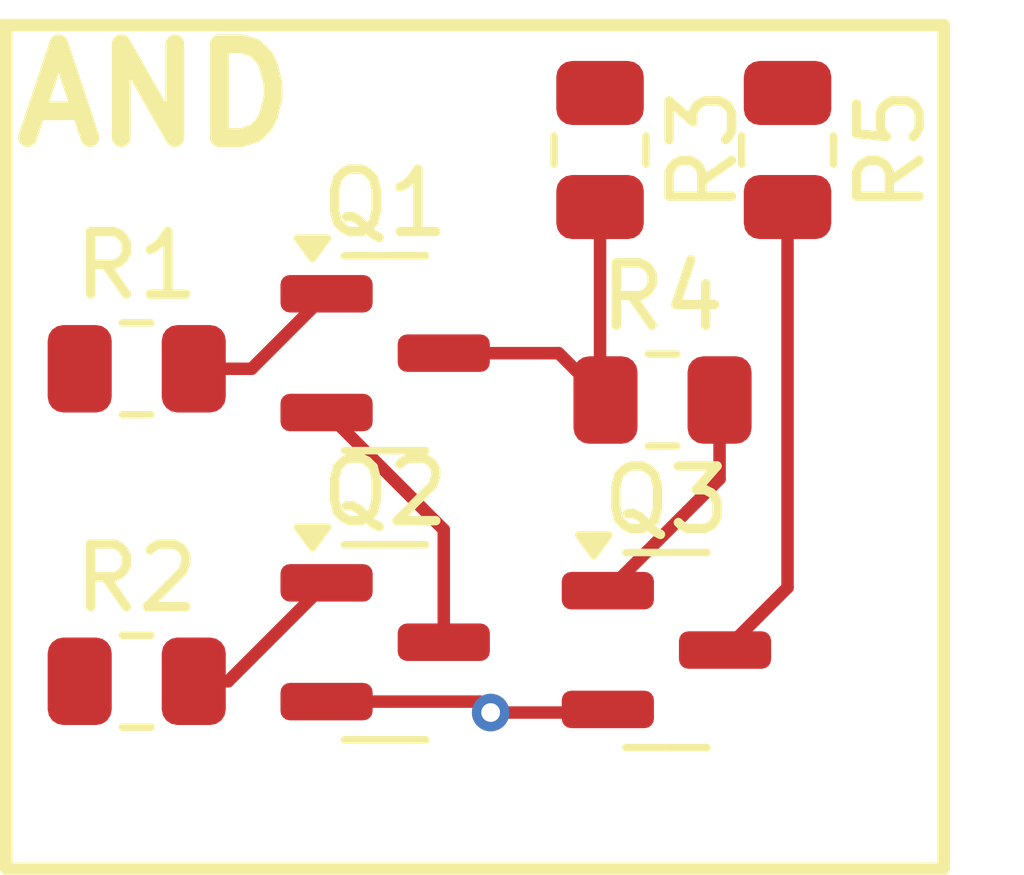
<source format=kicad_pcb>
(kicad_pcb (version 20240108) (generator "pcbnew") (generator_version "8.0")
  (layers (0 "F.Cu" signal) (31 "B.Cu" signal) (34 "B.Paste" user) (35 "F.Paste" user) (36 "B.SilkS" user "B.Silkscreen") (37 "F.SilkS" user "F.Silkscreen") (38 "B.Mask" user) (39 "F.Mask" user) (44 "Edge.Cuts" user))
  (net 0 "")
  (net 1 "Net-(Q1-B)")
  (net 2 "Net-(Q1-E)")
  (net 3 "Net-(Q1-C)")
  (net 4 "Net-(Q2-B)")
  (net 5 "GND")
  (net 6 "Net-(Q3-B)")
  (net 7 "/OUT")
  (net 8 "/A")
  (net 9 "/B")
  (net 10 "VCC")
  (footprint "Package_TO_SOT_SMD:SOT-23" (layer "F.Cu") (at 116.5625 106.5)
    (property "Reference" "Q3" (at 0 -2.4 0) (layer "F.SilkS"))
    (property "Value" "NPN Transistor")
    (fp_line (start 0 -1.56) (end -0.65 -1.56) (stroke (width 0.12)) (layer "F.SilkS"))
    (fp_line (start 0 -1.56) (end 0.65 -1.56) (stroke (width 0.12)) (layer "F.SilkS"))
    (fp_line (start 0 1.56) (end -0.65 1.56) (stroke (width 0.12)) (layer "F.SilkS"))
    (fp_line (start 0 1.56) (end 0.65 1.56) (stroke (width 0.12)) (layer "F.SilkS"))
    (fp_poly (pts (xy -1.1625 -1.51) (xy -1.4025 -1.84) (xy -0.9225 -1.84) (xy -1.1625 -1.51)) (stroke (width 0.12)) (fill solid) (layer "F.SilkS"))
    (pad "1" smd roundrect (at -0.9375 -0.95) (size 1.475 0.6) (layers "F.Cu" "F.Paste" "F.Mask") (net 6 "Net-(Q3-B)"))
    (pad "2" smd roundrect (at -0.9375 0.95) (size 1.475 0.6) (layers "F.Cu" "F.Paste" "F.Mask") (net 5 "GND"))
    (pad "3" smd roundrect (at 0.9375 0) (size 1.475 0.6) (layers "F.Cu" "F.Paste" "F.Mask") (net 7 "/OUT"))
  )
  (footprint "Resistor_SMD:R_0805_2012Metric" (layer "F.Cu") (at 108.0875 102)
    (property "Reference" "R1" (at 0 -1.65 0) (layer "F.SilkS"))
    (property "Value" "42k")
    (fp_line (start -0.227064 -0.735) (end 0.227064 -0.735) (stroke (width 0.12)) (layer "F.SilkS"))
    (fp_line (start -0.227064 0.735) (end 0.227064 0.735) (stroke (width 0.12)) (layer "F.SilkS"))
    (pad "1" smd roundrect (at -0.9125 0) (size 1.025 1.4) (layers "F.Cu" "F.Paste" "F.Mask") (roundrect_rratio 0.243902) (net 8 "/A"))
    (pad "2" smd roundrect (at 0.9125 0) (size 1.025 1.4) (layers "F.Cu" "F.Paste" "F.Mask") (roundrect_rratio 0.243902) (net 1 "Net-(Q1-B)"))
  )
  (footprint "Resistor_SMD:R_0805_2012Metric" (layer "F.Cu") (at 116.5 102.5)
    (property "Reference" "R4" (at 0 -1.65 0) (layer "F.SilkS"))
    (property "Value" "39k")
    (fp_line (start -0.227064 -0.735) (end 0.227064 -0.735) (stroke (width 0.12)) (layer "F.SilkS"))
    (fp_line (start -0.227064 0.735) (end 0.227064 0.735) (stroke (width 0.12)) (layer "F.SilkS"))
    (pad "1" smd roundrect (at -0.9125 0) (size 1.025 1.4) (layers "F.Cu" "F.Paste" "F.Mask") (roundrect_rratio 0.243902) (net 3 "Net-(Q1-C)"))
    (pad "2" smd roundrect (at 0.9125 0) (size 1.025 1.4) (layers "F.Cu" "F.Paste" "F.Mask") (roundrect_rratio 0.243902) (net 6 "Net-(Q3-B)"))
  )
  (footprint "Package_TO_SOT_SMD:SOT-23" (layer "F.Cu") (at 112.0625 106.375)
    (property "Reference" "Q2" (at 0 -2.4 0) (layer "F.SilkS"))
    (property "Value" "NPN Transistor")
    (fp_line (start 0 -1.56) (end -0.65 -1.56) (stroke (width 0.12)) (layer "F.SilkS"))
    (fp_line (start 0 -1.56) (end 0.65 -1.56) (stroke (width 0.12)) (layer "F.SilkS"))
    (fp_line (start 0 1.56) (end -0.65 1.56) (stroke (width 0.12)) (layer "F.SilkS"))
    (fp_line (start 0 1.56) (end 0.65 1.56) (stroke (width 0.12)) (layer "F.SilkS"))
    (fp_poly (pts (xy -1.1625 -1.51) (xy -1.4025 -1.84) (xy -0.9225 -1.84) (xy -1.1625 -1.51)) (stroke (width 0.12)) (fill solid) (layer "F.SilkS"))
    (pad "1" smd roundrect (at -0.9375 -0.95) (size 1.475 0.6) (layers "F.Cu" "F.Paste" "F.Mask") (net 4 "Net-(Q2-B)"))
    (pad "2" smd roundrect (at -0.9375 0.95) (size 1.475 0.6) (layers "F.Cu" "F.Paste" "F.Mask") (net 5 "GND"))
    (pad "3" smd roundrect (at 0.9375 0) (size 1.475 0.6) (layers "F.Cu" "F.Paste" "F.Mask") (net 2 "Net-(Q1-E)"))
  )
  (footprint "Resistor_SMD:R_0805_2012Metric" (layer "F.Cu") (at 115.5 98.5 -90)
    (property "Reference" "R3" (at 0 -1.65 90) (layer "F.SilkS"))
    (property "Value" "2.1k")
    (fp_line (start -0.227064 0.735) (end 0.227064 0.735) (stroke (width 0.12)) (layer "F.SilkS"))
    (fp_line (start -0.227064 -0.735) (end 0.227064 -0.735) (stroke (width 0.12)) (layer "F.SilkS"))
    (pad "1" smd roundrect (at -0.9125 0 270) (size 1.025 1.4) (layers "F.Cu" "F.Paste" "F.Mask") (roundrect_rratio 0.243902) (net 10 "VCC"))
    (pad "2" smd roundrect (at 0.9125 0 270) (size 1.025 1.4) (layers "F.Cu" "F.Paste" "F.Mask") (roundrect_rratio 0.243902) (net 3 "Net-(Q1-C)"))
  )
  (footprint "Resistor_SMD:R_0805_2012Metric" (layer "F.Cu") (at 118.5 98.5 -90)
    (property "Reference" "R5" (at 0 -1.65 90) (layer "F.SilkS"))
    (property "Value" "2.7k")
    (fp_line (start -0.227064 0.735) (end 0.227064 0.735) (stroke (width 0.12)) (layer "F.SilkS"))
    (fp_line (start -0.227064 -0.735) (end 0.227064 -0.735) (stroke (width 0.12)) (layer "F.SilkS"))
    (pad "1" smd roundrect (at -0.9125 0 270) (size 1.025 1.4) (layers "F.Cu" "F.Paste" "F.Mask") (roundrect_rratio 0.243902) (net 10 "VCC"))
    (pad "2" smd roundrect (at 0.9125 0 270) (size 1.025 1.4) (layers "F.Cu" "F.Paste" "F.Mask") (roundrect_rratio 0.243902) (net 7 "/OUT"))
  )
  (footprint "Resistor_SMD:R_0805_2012Metric" (layer "F.Cu") (at 108.0875 107)
    (property "Reference" "R2" (at 0 -1.65 0) (layer "F.SilkS"))
    (property "Value" "42k")
    (fp_line (start -0.227064 -0.735) (end 0.227064 -0.735) (stroke (width 0.12)) (layer "F.SilkS"))
    (fp_line (start -0.227064 0.735) (end 0.227064 0.735) (stroke (width 0.12)) (layer "F.SilkS"))
    (pad "1" smd roundrect (at -0.9125 0) (size 1.025 1.4) (layers "F.Cu" "F.Paste" "F.Mask") (roundrect_rratio 0.243902) (net 9 "/B"))
    (pad "2" smd roundrect (at 0.9125 0) (size 1.025 1.4) (layers "F.Cu" "F.Paste" "F.Mask") (roundrect_rratio 0.243902) (net 4 "Net-(Q2-B)"))
  )
  (footprint "Package_TO_SOT_SMD:SOT-23" (layer "F.Cu") (at 112.0625 101.75)
    (property "Reference" "Q1" (at 0 -2.4 0) (layer "F.SilkS"))
    (property "Value" "NPN Transistor")
    (fp_line (start 0 -1.56) (end -0.65 -1.56) (stroke (width 0.12)) (layer "F.SilkS"))
    (fp_line (start 0 -1.56) (end 0.65 -1.56) (stroke (width 0.12)) (layer "F.SilkS"))
    (fp_line (start 0 1.56) (end -0.65 1.56) (stroke (width 0.12)) (layer "F.SilkS"))
    (fp_line (start 0 1.56) (end 0.65 1.56) (stroke (width 0.12)) (layer "F.SilkS"))
    (fp_poly (pts (xy -1.1625 -1.51) (xy -1.4025 -1.84) (xy -0.9225 -1.84) (xy -1.1625 -1.51)) (stroke (width 0.12)) (fill solid) (layer "F.SilkS"))
    (pad "1" smd roundrect (at -0.9375 -0.95) (size 1.475 0.6) (layers "F.Cu" "F.Paste" "F.Mask") (net 1 "Net-(Q1-B)"))
    (pad "2" smd roundrect (at -0.9375 0.95) (size 1.475 0.6) (layers "F.Cu" "F.Paste" "F.Mask") (net 2 "Net-(Q1-E)"))
    (pad "3" smd roundrect (at 0.9375 0) (size 1.475 0.6) (layers "F.Cu" "F.Paste" "F.Mask") (net 3 "Net-(Q1-C)"))
  )
  (gr_rect (start 106 96.5) (end 121 110) (stroke (width 0.2)) (fill none) (layer "F.SilkS"))
  (gr_text "AND" (at 106 98.5 0) (layer "F.SilkS") (effects (font (size 1.5 1.5) (thickness 0.3) (bold yes)) (justify left bottom)))
  (segment (start 109 102) (end 109.925 102) (width 0.2) (layer "F.Cu") (net 1))
  (segment (start 109.925 102) (end 111.125 100.8) (width 0.2) (layer "F.Cu") (net 1))
  (segment (start 113 104.575) (end 113 106.375) (width 0.2) (layer "F.Cu") (net 2))
  (segment (start 111.125 102.7) (end 113 104.575) (width 0.2) (layer "F.Cu") (net 2))
  (segment (start 115.5 99.4125) (end 115.5 102.4125) (width 0.2) (layer "F.Cu") (net 3))
  (segment (start 113 101.75) (end 114.8375 101.75) (width 0.2) (layer "F.Cu") (net 3))
  (segment (start 114.8375 101.75) (end 115.5875 102.5) (width 0.2) (layer "F.Cu") (net 3))
  (segment (start 115.5 102.4125) (end 115.5875 102.5) (width 0.2) (layer "F.Cu") (net 3))
  (segment (start 109.325 107.325) (end 109 107) (width 0.2) (layer "F.Cu") (net 4))
  (segment (start 111.125 105.425) (end 109.55 107) (width 0.2) (layer "F.Cu") (net 4))
  (segment (start 109.55 107) (end 109 107) (width 0.2) (layer "F.Cu") (net 4))
  (segment (start 113.75 107.5) (end 115.575 107.5) (width 0.2) (layer "F.Cu") (net 5))
  (segment (start 113.575 107.325) (end 113.75 107.5) (width 0.2) (layer "F.Cu") (net 5))
  (segment (start 111.125 107.325) (end 113.575 107.325) (width 0.2) (layer "F.Cu") (net 5))
  (segment (start 115.575 107.5) (end 115.625 107.45) (width 0.2) (layer "F.Cu") (net 5))
  (via (at 113.75 107.5) (size 0.6) (drill 0.3) (layers "F.Cu" "B.Cu") (net 5))
  (segment (start 117.4125 103.7625) (end 117.4125 102.5) (width 0.2) (layer "F.Cu") (net 6))
  (segment (start 115.625 105.55) (end 117.4125 103.7625) (width 0.2) (layer "F.Cu") (net 6))
  (segment (start 118.5 99.4125) (end 118.5375 99.45) (width 0.2) (layer "F.Cu") (net 7))
  (segment (start 117.5 106.5) (end 118.5 105.5) (width 0.2) (layer "F.Cu") (net 7))
  (segment (start 118.5 105.5) (end 118.5 99.4125) (width 0.2) (layer "F.Cu") (net 7))
  (segment (start 118.4125 97.5) (end 118.5 97.5875) (width 0.2) (layer "F.Cu") (net 10))
)
</source>
